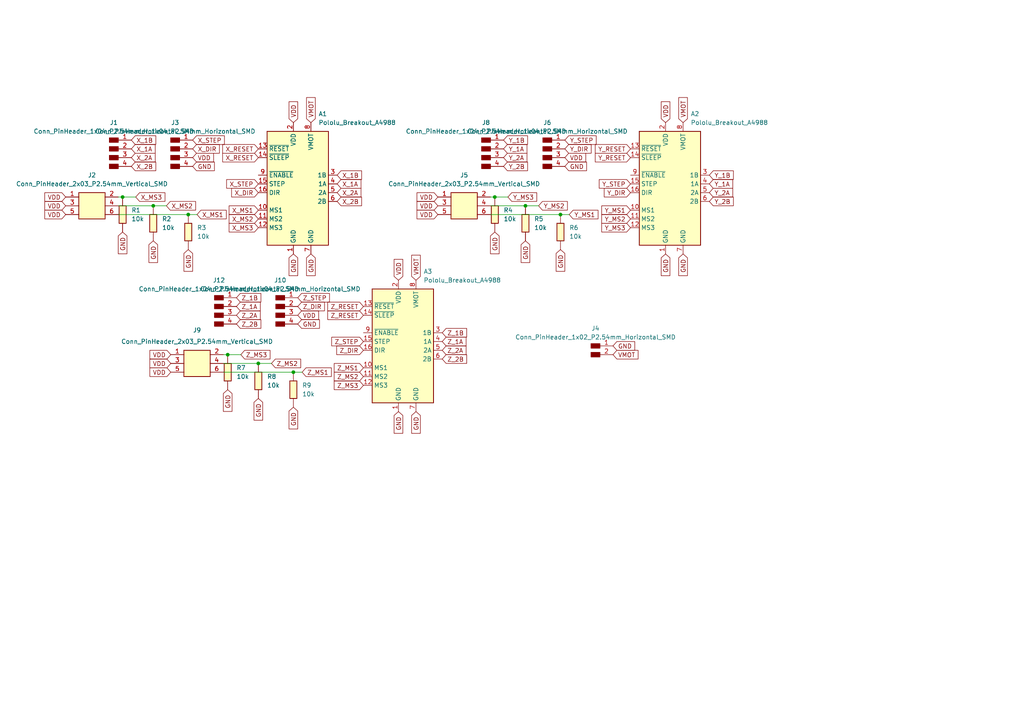
<source format=kicad_sch>
(kicad_sch (version 20231120) (generator "eeschema") (generator_version "8.0")
  (paper "A4")
  (lib_symbols
    (symbol "Driver_Motor:Pololu_Breakout_A4988"
      (property "Reference" "A" (at -2.54 19.05 0))
      (property "Value" "Pololu_Breakout_A4988" (at -2.54 16.51 0))
      (symbol "Pololu_Breakout_A4988_0_1"
        (rectangle (start 10.16 -17.78) (end -7.62 15.24) (stroke (width 0.254)) (fill (type background)))
      )
      (symbol "Pololu_Breakout_A4988_1_1"
        (pin power_in line (at 0 -20.32 90) (length 2.54) (name "GND") (number "1"))
        (pin input line (at -10.16 -7.62 0) (length 2.54) (name "MS1") (number "10"))
        (pin input line (at -10.16 -10.16 0) (length 2.54) (name "MS2") (number "11"))
        (pin input line (at -10.16 -12.7 0) (length 2.54) (name "MS3") (number "12"))
        (pin input line (at -10.16 10.16 0) (length 2.54) (name "~{RESET}") (number "13"))
        (pin input line (at -10.16 7.62 0) (length 2.54) (name "~{SLEEP}") (number "14"))
        (pin input line (at -10.16 0 0) (length 2.54) (name "STEP") (number "15"))
        (pin input line (at -10.16 -2.54 0) (length 2.54) (name "DIR") (number "16"))
        (pin power_in line (at 0 17.78 270) (length 2.54) (name "VDD") (number "2"))
        (pin output line (at 12.7 2.54 180) (length 2.54) (name "1B") (number "3"))
        (pin output line (at 12.7 0 180) (length 2.54) (name "1A") (number "4"))
        (pin output line (at 12.7 -2.54 180) (length 2.54) (name "2A") (number "5"))
        (pin output line (at 12.7 -5.08 180) (length 2.54) (name "2B") (number "6"))
        (pin power_in line (at 5.08 -20.32 90) (length 2.54) (name "GND") (number "7"))
        (pin power_in line (at 5.08 17.78 270) (length 2.54) (name "VMOT") (number "8"))
        (pin input line (at -10.16 2.54 0) (length 2.54) (name "~{ENABLE}") (number "9"))
      )
    )
    (symbol "fab:Conn_PinHeader_1x02_P2.54mm_Horizontal_SMD" (pin_names hide)
      (property "Reference" "J" (at 0 2.54 0))
      (property "Value" "Conn_PinHeader_1x02_P2.54mm_Horizontal_SMD" (at 0 -5.08 0))
      (symbol "Conn_PinHeader_1x02_P2.54mm_Horizontal_SMD_1_1"
        (rectangle (start -1.27 -1.905) (end 1.27 -3.175) (stroke (width 0.254)) (fill (type outline)))
        (rectangle (start -1.27 0.635) (end 1.27 -0.635) (stroke (width 0.254)) (fill (type outline)))
        (pin passive line (at 5.08 0 180) (length 3.81) (name "Pin_1") (number "1"))
        (pin passive line (at 5.08 -2.54 180) (length 3.81) (name "Pin_2") (number "2"))
      )
    )
    (symbol "fab:Conn_PinHeader_1x04_P2.54mm_Horizontal_SMD" (pin_names hide)
      (property "Reference" "J" (at 0 5.08 0))
      (property "Value" "Conn_PinHeader_1x04_P2.54mm_Horizontal_SMD" (at 0 -7.62 0))
      (symbol "Conn_PinHeader_1x04_P2.54mm_Horizontal_SMD_1_1"
        (rectangle (start -1.27 -4.445) (end 1.27 -5.715) (stroke (width 0.254)) (fill (type outline)))
        (rectangle (start -1.27 -1.905) (end 1.27 -3.175) (stroke (width 0.254)) (fill (type outline)))
        (rectangle (start -1.27 0.635) (end 1.27 -0.635) (stroke (width 0.254)) (fill (type outline)))
        (rectangle (start -1.27 3.175) (end 1.27 1.905) (stroke (width 0.254)) (fill (type outline)))
        (pin passive line (at 5.08 2.54 180) (length 3.81) (name "Pin_1") (number "1"))
        (pin passive line (at 5.08 0 180) (length 3.81) (name "Pin_2") (number "2"))
        (pin passive line (at 5.08 -2.54 180) (length 3.81) (name "Pin_3") (number "3"))
        (pin passive line (at 5.08 -5.08 180) (length 3.81) (name "Pin_4") (number "4"))
      )
    )
    (symbol "fab:Conn_PinHeader_2x03_P2.54mm_Vertical_SMD" (pin_names hide)
      (property "Reference" "J" (at 0 5.08 0))
      (property "Value" "Conn_PinHeader_2x03_P2.54mm_Vertical_SMD" (at 0 -5.08 0))
      (symbol "Conn_PinHeader_2x03_P2.54mm_Vertical_SMD_1_1"
        (rectangle (start -3.81 3.81) (end 3.81 -3.81) (stroke (width 0.254)) (fill (type background)))
        (pin passive line (at -7.62 2.54 0) (length 3.81) (name "Pin_1") (number "1"))
        (pin passive line (at 7.62 2.54 180) (length 3.81) (name "Pin_2") (number "2"))
        (pin passive line (at -7.62 0 0) (length 3.81) (name "Pin_3") (number "3"))
        (pin passive line (at 7.62 0 180) (length 3.81) (name "Pin_4") (number "4"))
        (pin passive line (at -7.62 -2.54 0) (length 3.81) (name "Pin_5") (number "5"))
        (pin passive line (at 7.62 -2.54 180) (length 3.81) (name "Pin_6") (number "6"))
      )
    )
    (symbol "fab:R_1206" (pin_numbers hide) (pin_names (offset 0))
      (property "Reference" "R" (at 2.54 0 90))
      (property "Value" "R_1206" (at -2.54 0 90))
      (symbol "R_1206_0_1"
        (rectangle (start -1.016 -2.54) (end 1.016 2.54) (stroke (width 0.254)) (fill (type background)))
      )
      (symbol "R_1206_1_1"
        (pin passive line (at 0 5.08 270) (length 2.54) (name "~") (number "1"))
        (pin passive line (at 0 -5.08 90) (length 2.54) (name "~") (number "2"))
      )
    )
  )
  (junction (at 85.09 107.95))
  (junction (at 74.93 105.41))
  (junction (at 152.4 59.69))
  (junction (at 66.04 102.87))
  (junction (at 44.45 59.69))
  (junction (at 54.61 62.23))
  (junction (at 162.56 62.23))
  (junction (at 35.56 57.15))
  (junction (at 143.51 57.15))
  (wire (pts (xy 57.15 62.23) (xy 54.61 62.23)))
  (wire (pts (xy 165.1 62.23) (xy 162.56 62.23)))
  (wire (pts (xy 66.04 102.87) (xy 64.77 102.87)))
  (wire (pts (xy 156.21 59.69) (xy 152.4 59.69)))
  (wire (pts (xy 143.51 57.15) (xy 142.24 57.15)))
  (wire (pts (xy 39.37 57.15) (xy 35.56 57.15)))
  (wire (pts (xy 85.09 107.95) (xy 64.77 107.95)))
  (wire (pts (xy 54.61 62.23) (xy 34.29 62.23)))
  (wire (pts (xy 74.93 105.41) (xy 64.77 105.41)))
  (wire (pts (xy 152.4 59.69) (xy 142.24 59.69)))
  (wire (pts (xy 69.85 102.87) (xy 66.04 102.87)))
  (wire (pts (xy 147.32 57.15) (xy 143.51 57.15)))
  (wire (pts (xy 48.26 59.69) (xy 44.45 59.69)))
  (wire (pts (xy 162.56 62.23) (xy 142.24 62.23)))
  (wire (pts (xy 87.63 107.95) (xy 85.09 107.95)))
  (wire (pts (xy 78.74 105.41) (xy 74.93 105.41)))
  (wire (pts (xy 35.56 57.15) (xy 34.29 57.15)))
  (wire (pts (xy 44.45 59.69) (xy 34.29 59.69)))
  (global_label "X_STEP" (shape input) (at 55.88 40.64 0) (property "Intersheetrefs" "${INTERSHEET_REFS}" (effects (hide yes))))
  (global_label "Z_1A" (shape input) (at 68.58 88.9 0) (property "Intersheetrefs" "${INTERSHEET_REFS}" (effects (hide yes))))
  (global_label "VMOT" (shape input) (at 90.17 35.56 90) (property "Intersheetrefs" "${INTERSHEET_REFS}" (effects (hide yes))))
  (global_label "Y_STEP" (shape input) (at 182.88 53.34 180) (property "Intersheetrefs" "${INTERSHEET_REFS}" (effects (hide yes))))
  (global_label "GND" (shape input) (at 193.04 73.66 270) (property "Intersheetrefs" "${INTERSHEET_REFS}" (effects (hide yes))))
  (global_label "Y_1A" (shape input) (at 205.74 53.34 0) (property "Intersheetrefs" "${INTERSHEET_REFS}" (effects (hide yes))))
  (global_label "Z_1A" (shape input) (at 128.27 99.06 0) (property "Intersheetrefs" "${INTERSHEET_REFS}" (effects (hide yes))))
  (global_label "Y_2B" (shape input) (at 205.74 58.42 0) (property "Intersheetrefs" "${INTERSHEET_REFS}" (effects (hide yes))))
  (global_label "Y_2B" (shape input) (at 146.05 48.26 0) (property "Intersheetrefs" "${INTERSHEET_REFS}" (effects (hide yes))))
  (global_label "X_2A" (shape input) (at 97.79 55.88 0) (property "Intersheetrefs" "${INTERSHEET_REFS}" (effects (hide yes))))
  (global_label "X_2B" (shape input) (at 38.1 48.26 0) (property "Intersheetrefs" "${INTERSHEET_REFS}" (effects (hide yes))))
  (global_label "VDD" (shape input) (at 127 59.69 180) (property "Intersheetrefs" "${INTERSHEET_REFS}" (effects (hide yes))))
  (global_label "Y_MS3" (shape input) (at 182.88 66.04 180) (property "Intersheetrefs" "${INTERSHEET_REFS}" (effects (hide yes))))
  (global_label "Z_MS1" (shape input) (at 87.63 107.95 0) (property "Intersheetrefs" "${INTERSHEET_REFS}" (effects (hide yes))))
  (global_label "Y_MS3" (shape input) (at 147.32 57.15 0) (property "Intersheetrefs" "${INTERSHEET_REFS}" (effects (hide yes))))
  (global_label "VMOT" (shape input) (at 198.12 35.56 90) (property "Intersheetrefs" "${INTERSHEET_REFS}" (effects (hide yes))))
  (global_label "Z_2B" (shape input) (at 128.27 104.14 0) (property "Intersheetrefs" "${INTERSHEET_REFS}" (effects (hide yes))))
  (global_label "Z_2B" (shape input) (at 68.58 93.98 0) (property "Intersheetrefs" "${INTERSHEET_REFS}" (effects (hide yes))))
  (global_label "Z_MS3" (shape input) (at 105.41 111.76 180) (property "Intersheetrefs" "${INTERSHEET_REFS}" (effects (hide yes))))
  (global_label "GND" (shape input) (at 120.65 119.38 270) (property "Intersheetrefs" "${INTERSHEET_REFS}" (effects (hide yes))))
  (global_label "VMOT" (shape input) (at 177.8 102.87 0) (property "Intersheetrefs" "${INTERSHEET_REFS}" (effects (hide yes))))
  (global_label "VDD" (shape input) (at 55.88 45.72 0) (property "Intersheetrefs" "${INTERSHEET_REFS}" (effects (hide yes))))
  (global_label "Z_STEP" (shape input) (at 105.41 99.06 180) (property "Intersheetrefs" "${INTERSHEET_REFS}" (effects (hide yes))))
  (global_label "X_DIR" (shape input) (at 55.88 43.18 0) (property "Intersheetrefs" "${INTERSHEET_REFS}" (effects (hide yes))))
  (global_label "Y_MS2" (shape input) (at 182.88 63.5 180) (property "Intersheetrefs" "${INTERSHEET_REFS}" (effects (hide yes))))
  (global_label "GND" (shape input) (at 152.4 69.85 270) (property "Intersheetrefs" "${INTERSHEET_REFS}" (effects (hide yes))))
  (global_label "GND" (shape input) (at 143.51 67.31 270) (property "Intersheetrefs" "${INTERSHEET_REFS}" (effects (hide yes))))
  (global_label "Y_DIR" (shape input) (at 182.88 55.88 180) (property "Intersheetrefs" "${INTERSHEET_REFS}" (effects (hide yes))))
  (global_label "VDD" (shape input) (at 49.53 105.41 180) (property "Intersheetrefs" "${INTERSHEET_REFS}" (effects (hide yes))))
  (global_label "VDD" (shape input) (at 127 57.15 180) (property "Intersheetrefs" "${INTERSHEET_REFS}" (effects (hide yes))))
  (global_label "X_MS3" (shape input) (at 39.37 57.15 0) (property "Intersheetrefs" "${INTERSHEET_REFS}" (effects (hide yes))))
  (global_label "X_1B" (shape input) (at 38.1 40.64 0) (property "Intersheetrefs" "${INTERSHEET_REFS}" (effects (hide yes))))
  (global_label "GND" (shape input) (at 115.57 119.38 270) (property "Intersheetrefs" "${INTERSHEET_REFS}" (effects (hide yes))))
  (global_label "X_RESET" (shape input) (at 74.93 43.18 180) (property "Intersheetrefs" "${INTERSHEET_REFS}" (effects (hide yes))))
  (global_label "X_1B" (shape input) (at 97.79 50.8 0) (property "Intersheetrefs" "${INTERSHEET_REFS}" (effects (hide yes))))
  (global_label "GND" (shape input) (at 54.61 72.39 270) (property "Intersheetrefs" "${INTERSHEET_REFS}" (effects (hide yes))))
  (global_label "X_MS3" (shape input) (at 74.93 66.04 180) (property "Intersheetrefs" "${INTERSHEET_REFS}" (effects (hide yes))))
  (global_label "Z_STEP" (shape input) (at 86.36 86.36 0) (property "Intersheetrefs" "${INTERSHEET_REFS}" (effects (hide yes))))
  (global_label "Y_STEP" (shape input) (at 163.83 40.64 0) (property "Intersheetrefs" "${INTERSHEET_REFS}" (effects (hide yes))))
  (global_label "X_DIR" (shape input) (at 74.93 55.88 180) (property "Intersheetrefs" "${INTERSHEET_REFS}" (effects (hide yes))))
  (global_label "GND" (shape input) (at 74.93 115.57 270) (property "Intersheetrefs" "${INTERSHEET_REFS}" (effects (hide yes))))
  (global_label "VDD" (shape input) (at 19.05 57.15 180) (property "Intersheetrefs" "${INTERSHEET_REFS}" (effects (hide yes))))
  (global_label "X_1A" (shape input) (at 38.1 43.18 0) (property "Intersheetrefs" "${INTERSHEET_REFS}" (effects (hide yes))))
  (global_label "GND" (shape input) (at 85.09 73.66 270) (property "Intersheetrefs" "${INTERSHEET_REFS}" (effects (hide yes))))
  (global_label "Z_MS3" (shape input) (at 69.85 102.87 0) (property "Intersheetrefs" "${INTERSHEET_REFS}" (effects (hide yes))))
  (global_label "VDD" (shape input) (at 115.57 81.28 90) (property "Intersheetrefs" "${INTERSHEET_REFS}" (effects (hide yes))))
  (global_label "Y_2A" (shape input) (at 146.05 45.72 0) (property "Intersheetrefs" "${INTERSHEET_REFS}" (effects (hide yes))))
  (global_label "GND" (shape input) (at 35.56 67.31 270) (property "Intersheetrefs" "${INTERSHEET_REFS}" (effects (hide yes))))
  (global_label "GND" (shape input) (at 44.45 69.85 270) (property "Intersheetrefs" "${INTERSHEET_REFS}" (effects (hide yes))))
  (global_label "Y_RESET" (shape input) (at 182.88 45.72 180) (property "Intersheetrefs" "${INTERSHEET_REFS}" (effects (hide yes))))
  (global_label "X_2A" (shape input) (at 38.1 45.72 0) (property "Intersheetrefs" "${INTERSHEET_REFS}" (effects (hide yes))))
  (global_label "Y_MS1" (shape input) (at 182.88 60.96 180) (property "Intersheetrefs" "${INTERSHEET_REFS}" (effects (hide yes))))
  (global_label "Z_RESET" (shape input) (at 105.41 91.44 180) (property "Intersheetrefs" "${INTERSHEET_REFS}" (effects (hide yes))))
  (global_label "VDD" (shape input) (at 49.53 107.95 180) (property "Intersheetrefs" "${INTERSHEET_REFS}" (effects (hide yes))))
  (global_label "Y_MS2" (shape input) (at 156.21 59.69 0) (property "Intersheetrefs" "${INTERSHEET_REFS}" (effects (hide yes))))
  (global_label "GND" (shape input) (at 198.12 73.66 270) (property "Intersheetrefs" "${INTERSHEET_REFS}" (effects (hide yes))))
  (global_label "X_MS2" (shape input) (at 74.93 63.5 180) (property "Intersheetrefs" "${INTERSHEET_REFS}" (effects (hide yes))))
  (global_label "GND" (shape input) (at 177.8 100.33 0) (property "Intersheetrefs" "${INTERSHEET_REFS}" (effects (hide yes))))
  (global_label "VDD" (shape input) (at 49.53 102.87 180) (property "Intersheetrefs" "${INTERSHEET_REFS}" (effects (hide yes))))
  (global_label "Y_RESET" (shape input) (at 182.88 43.18 180) (property "Intersheetrefs" "${INTERSHEET_REFS}" (effects (hide yes))))
  (global_label "Z_2A" (shape input) (at 68.58 91.44 0) (property "Intersheetrefs" "${INTERSHEET_REFS}" (effects (hide yes))))
  (global_label "GND" (shape input) (at 162.56 72.39 270) (property "Intersheetrefs" "${INTERSHEET_REFS}" (effects (hide yes))))
  (global_label "Y_MS1" (shape input) (at 165.1 62.23 0) (property "Intersheetrefs" "${INTERSHEET_REFS}" (effects (hide yes))))
  (global_label "X_MS1" (shape input) (at 74.93 60.96 180) (property "Intersheetrefs" "${INTERSHEET_REFS}" (effects (hide yes))))
  (global_label "VDD" (shape input) (at 86.36 91.44 0) (property "Intersheetrefs" "${INTERSHEET_REFS}" (effects (hide yes))))
  (global_label "GND" (shape input) (at 85.09 118.11 270) (property "Intersheetrefs" "${INTERSHEET_REFS}" (effects (hide yes))))
  (global_label "GND" (shape input) (at 66.04 113.03 270) (property "Intersheetrefs" "${INTERSHEET_REFS}" (effects (hide yes))))
  (global_label "Y_1A" (shape input) (at 146.05 43.18 0) (property "Intersheetrefs" "${INTERSHEET_REFS}" (effects (hide yes))))
  (global_label "Z_DIR" (shape input) (at 105.41 101.6 180) (property "Intersheetrefs" "${INTERSHEET_REFS}" (effects (hide yes))))
  (global_label "Z_2A" (shape input) (at 128.27 101.6 0) (property "Intersheetrefs" "${INTERSHEET_REFS}" (effects (hide yes))))
  (global_label "VDD" (shape input) (at 19.05 59.69 180) (property "Intersheetrefs" "${INTERSHEET_REFS}" (effects (hide yes))))
  (global_label "X_1A" (shape input) (at 97.79 53.34 0) (property "Intersheetrefs" "${INTERSHEET_REFS}" (effects (hide yes))))
  (global_label "X_MS2" (shape input) (at 48.26 59.69 0) (property "Intersheetrefs" "${INTERSHEET_REFS}" (effects (hide yes))))
  (global_label "GND" (shape input) (at 55.88 48.26 0) (property "Intersheetrefs" "${INTERSHEET_REFS}" (effects (hide yes))))
  (global_label "GND" (shape input) (at 163.83 48.26 0) (property "Intersheetrefs" "${INTERSHEET_REFS}" (effects (hide yes))))
  (global_label "VDD" (shape input) (at 193.04 35.56 90) (property "Intersheetrefs" "${INTERSHEET_REFS}" (effects (hide yes))))
  (global_label "X_STEP" (shape input) (at 74.93 53.34 180) (property "Intersheetrefs" "${INTERSHEET_REFS}" (effects (hide yes))))
  (global_label "VMOT" (shape input) (at 120.65 81.28 90) (property "Intersheetrefs" "${INTERSHEET_REFS}" (effects (hide yes))))
  (global_label "Y_DIR" (shape input) (at 163.83 43.18 0) (property "Intersheetrefs" "${INTERSHEET_REFS}" (effects (hide yes))))
  (global_label "GND" (shape input) (at 86.36 93.98 0) (property "Intersheetrefs" "${INTERSHEET_REFS}" (effects (hide yes))))
  (global_label "Z_MS2" (shape input) (at 78.74 105.41 0) (property "Intersheetrefs" "${INTERSHEET_REFS}" (effects (hide yes))))
  (global_label "Y_2A" (shape input) (at 205.74 55.88 0) (property "Intersheetrefs" "${INTERSHEET_REFS}" (effects (hide yes))))
  (global_label "Z_MS1" (shape input) (at 105.41 106.68 180) (property "Intersheetrefs" "${INTERSHEET_REFS}" (effects (hide yes))))
  (global_label "Y_1B" (shape input) (at 205.74 50.8 0) (property "Intersheetrefs" "${INTERSHEET_REFS}" (effects (hide yes))))
  (global_label "GND" (shape input) (at 90.17 73.66 270) (property "Intersheetrefs" "${INTERSHEET_REFS}" (effects (hide yes))))
  (global_label "Z_RESET" (shape input) (at 105.41 88.9 180) (property "Intersheetrefs" "${INTERSHEET_REFS}" (effects (hide yes))))
  (global_label "Z_DIR" (shape input) (at 86.36 88.9 0) (property "Intersheetrefs" "${INTERSHEET_REFS}" (effects (hide yes))))
  (global_label "Z_MS2" (shape input) (at 105.41 109.22 180) (property "Intersheetrefs" "${INTERSHEET_REFS}" (effects (hide yes))))
  (global_label "Y_1B" (shape input) (at 146.05 40.64 0) (property "Intersheetrefs" "${INTERSHEET_REFS}" (effects (hide yes))))
  (global_label "X_2B" (shape input) (at 97.79 58.42 0) (property "Intersheetrefs" "${INTERSHEET_REFS}" (effects (hide yes))))
  (global_label "X_RESET" (shape input) (at 74.93 45.72 180) (property "Intersheetrefs" "${INTERSHEET_REFS}" (effects (hide yes))))
  (global_label "VDD" (shape input) (at 19.05 62.23 180) (property "Intersheetrefs" "${INTERSHEET_REFS}" (effects (hide yes))))
  (global_label "Z_1B" (shape input) (at 68.58 86.36 0) (property "Intersheetrefs" "${INTERSHEET_REFS}" (effects (hide yes))))
  (global_label "VDD" (shape input) (at 163.83 45.72 0) (property "Intersheetrefs" "${INTERSHEET_REFS}" (effects (hide yes))))
  (global_label "X_MS1" (shape input) (at 57.15 62.23 0) (property "Intersheetrefs" "${INTERSHEET_REFS}" (effects (hide yes))))
  (global_label "VDD" (shape input) (at 85.09 35.56 90) (property "Intersheetrefs" "${INTERSHEET_REFS}" (effects (hide yes))))
  (global_label "Z_1B" (shape input) (at 128.27 96.52 0) (property "Intersheetrefs" "${INTERSHEET_REFS}" (effects (hide yes))))
  (global_label "VDD" (shape input) (at 127 62.23 180) (property "Intersheetrefs" "${INTERSHEET_REFS}" (effects (hide yes))))
  (symbol (lib_id "fab:R_1206") (at 74.93 110.49 0) (unit 1)
    (property "Reference" "R8" (at 77.47 109.2199 0) (effects (justify left)))
    (property "Value" "10k" (at 77.47 111.7599 0) (effects (justify left)))
    (property "Footprint" "fab:R_1206" (effects (hide yes)))
    (property "Description" "Resistor" (effects (hide yes)))
  )
  (symbol (lib_id "fab:R_1206") (at 66.04 107.95 0) (unit 1)
    (property "Reference" "R7" (at 68.58 106.6799 0) (effects (justify left)))
    (property "Value" "10k" (at 68.58 109.2199 0) (effects (justify left)))
    (property "Footprint" "fab:R_1206" (effects (hide yes)))
    (property "Description" "Resistor" (effects (hide yes)))
  )
  (symbol (lib_id "fab:R_1206") (at 162.56 67.31 0) (unit 1)
    (property "Reference" "R6" (at 165.1 66.0399 0) (effects (justify left)))
    (property "Value" "10k" (at 165.1 68.5799 0) (effects (justify left)))
    (property "Footprint" "fab:R_1206" (effects (hide yes)))
    (property "Description" "Resistor" (effects (hide yes)))
  )
  (symbol (lib_id "fab:Conn_PinHeader_2x03_P2.54mm_Vertical_SMD") (at 134.62 59.69 0) (unit 1)
    (property "Reference" "J5" (at 134.62 50.8 0))
    (property "Value" "Conn_PinHeader_2x03_P2.54mm_Vertical_SMD" (at 134.62 53.34 0))
    (property "Footprint" "fab:PinHeader_2x03_P2.54mm_Vertical_SMD" (effects (hide yes)))
    (property "Datasheet" "https://cdn.amphenol-icc.com/media/wysiwyg/files/drawing/95278.pdf" (effects (hide yes)))
    (property "Description" "Connector Header Surface Mount 6 position 0.100\" (2.54mm)" (effects (hide yes)))
  )
  (symbol (lib_id "fab:R_1206") (at 85.09 113.03 0) (unit 1)
    (property "Reference" "R9" (at 87.63 111.7599 0) (effects (justify left)))
    (property "Value" "10k" (at 87.63 114.2999 0) (effects (justify left)))
    (property "Footprint" "fab:R_1206" (effects (hide yes)))
    (property "Description" "Resistor" (effects (hide yes)))
  )
  (symbol (lib_id "fab:Conn_PinHeader_1x04_P2.54mm_Horizontal_SMD") (at 140.97 43.18 0) (unit 1)
    (property "Reference" "J8" (at 140.97 35.56 0))
    (property "Value" "Conn_PinHeader_1x04_P2.54mm_Horizontal_SMD" (at 140.97 38.1 0))
    (property "Footprint" "fab:PinHeader_1x04_P2.54mm_Horizontal_SMD" (effects (hide yes)))
    (property "Description" "Male connector, single row" (effects (hide yes)))
  )
  (symbol (lib_id "fab:R_1206") (at 54.61 67.31 0) (unit 1)
    (property "Reference" "R3" (at 57.15 66.0399 0) (effects (justify left)))
    (property "Value" "10k" (at 57.15 68.5799 0) (effects (justify left)))
    (property "Footprint" "fab:R_1206" (effects (hide yes)))
    (property "Description" "Resistor" (effects (hide yes)))
  )
  (symbol (lib_id "Driver_Motor:Pololu_Breakout_A4988") (at 85.09 53.34 0) (unit 1)
    (property "Reference" "A1" (at 92.3641 33.02 0) (effects (justify left)))
    (property "Value" "Pololu_Breakout_A4988" (at 92.3641 35.56 0) (effects (justify left)))
    (property "Footprint" "Module:Pololu_Breakout-16_15.2x20.3mm" (effects (hide yes)))
    (property "Datasheet" "https://www.pololu.com/product/2980/pictures" (effects (hide yes)))
    (property "Description" "Pololu Breakout Board, Stepper Driver A4988" (effects (hide yes)))
  )
  (symbol (lib_id "fab:Conn_PinHeader_2x03_P2.54mm_Vertical_SMD") (at 57.15 105.41 0) (unit 1)
    (property "Reference" "J9" (at 57.15 95.758 0))
    (property "Value" "Conn_PinHeader_2x03_P2.54mm_Vertical_SMD" (at 57.15 99.06 0))
    (property "Footprint" "fab:PinHeader_2x03_P2.54mm_Vertical_SMD" (effects (hide yes)))
    (property "Datasheet" "https://cdn.amphenol-icc.com/media/wysiwyg/files/drawing/95278.pdf" (effects (hide yes)))
    (property "Description" "Connector Header Surface Mount 6 position 0.100\" (2.54mm)" (effects (hide yes)))
  )
  (symbol (lib_id "fab:Conn_PinHeader_2x03_P2.54mm_Vertical_SMD") (at 26.67 59.69 0) (unit 1)
    (property "Reference" "J2" (at 26.67 50.8 0))
    (property "Value" "Conn_PinHeader_2x03_P2.54mm_Vertical_SMD" (at 26.67 53.34 0))
    (property "Footprint" "fab:PinHeader_2x03_P2.54mm_Vertical_SMD" (effects (hide yes)))
    (property "Datasheet" "https://cdn.amphenol-icc.com/media/wysiwyg/files/drawing/95278.pdf" (effects (hide yes)))
    (property "Description" "Connector Header Surface Mount 6 position 0.100\" (2.54mm)" (effects (hide yes)))
  )
  (symbol (lib_id "Driver_Motor:Pololu_Breakout_A4988") (at 115.57 99.06 0) (unit 1)
    (property "Reference" "A3" (at 122.8441 78.74 0) (effects (justify left)))
    (property "Value" "Pololu_Breakout_A4988" (at 122.8441 81.28 0) (effects (justify left)))
    (property "Footprint" "Module:Pololu_Breakout-16_15.2x20.3mm" (effects (hide yes)))
    (property "Datasheet" "https://www.pololu.com/product/2980/pictures" (effects (hide yes)))
    (property "Description" "Pololu Breakout Board, Stepper Driver A4988" (effects (hide yes)))
  )
  (symbol (lib_id "Driver_Motor:Pololu_Breakout_A4988") (at 193.04 53.34 0) (unit 1)
    (property "Reference" "A2" (at 200.3141 33.02 0) (effects (justify left)))
    (property "Value" "Pololu_Breakout_A4988" (at 200.3141 35.56 0) (effects (justify left)))
    (property "Footprint" "Module:Pololu_Breakout-16_15.2x20.3mm" (effects (hide yes)))
    (property "Datasheet" "https://www.pololu.com/product/2980/pictures" (effects (hide yes)))
    (property "Description" "Pololu Breakout Board, Stepper Driver A4988" (effects (hide yes)))
  )
  (symbol (lib_id "fab:Conn_PinHeader_1x04_P2.54mm_Horizontal_SMD") (at 81.28 88.9 0) (unit 1)
    (property "Reference" "J10" (at 81.28 81.28 0))
    (property "Value" "Conn_PinHeader_1x04_P2.54mm_Horizontal_SMD" (at 81.28 83.82 0))
    (property "Footprint" "fab:PinHeader_1x04_P2.54mm_Horizontal_SMD" (effects (hide yes)))
    (property "Description" "Male connector, single row" (effects (hide yes)))
  )
  (symbol (lib_id "fab:R_1206") (at 143.51 62.23 0) (unit 1)
    (property "Reference" "R4" (at 146.05 60.9599 0) (effects (justify left)))
    (property "Value" "10k" (at 146.05 63.4999 0) (effects (justify left)))
    (property "Footprint" "fab:R_1206" (effects (hide yes)))
    (property "Description" "Resistor" (effects (hide yes)))
  )
  (symbol (lib_id "fab:R_1206") (at 35.56 62.23 0) (unit 1)
    (property "Reference" "R1" (at 38.1 60.9599 0) (effects (justify left)))
    (property "Value" "10k" (at 38.1 63.4999 0) (effects (justify left)))
    (property "Footprint" "fab:R_1206" (effects (hide yes)))
    (property "Description" "Resistor" (effects (hide yes)))
  )
  (symbol (lib_id "fab:Conn_PinHeader_1x04_P2.54mm_Horizontal_SMD") (at 63.5 88.9 0) (unit 1)
    (property "Reference" "J12" (at 63.5 81.28 0))
    (property "Value" "Conn_PinHeader_1x04_P2.54mm_Horizontal_SMD" (at 63.5 83.82 0))
    (property "Footprint" "fab:PinHeader_1x04_P2.54mm_Horizontal_SMD" (effects (hide yes)))
    (property "Description" "Male connector, single row" (effects (hide yes)))
  )
  (symbol (lib_id "fab:Conn_PinHeader_1x02_P2.54mm_Horizontal_SMD") (at 172.72 100.33 0) (unit 1)
    (property "Reference" "J4" (at 172.72 95.25 0))
    (property "Value" "Conn_PinHeader_1x02_P2.54mm_Horizontal_SMD" (at 172.72 97.79 0))
    (property "Footprint" "fab:PinHeader_1x02_P2.54mm_Horizontal_SMD" (effects (hide yes)))
    (property "Description" "Male connector, single row" (effects (hide yes)))
  )
  (symbol (lib_id "fab:Conn_PinHeader_1x04_P2.54mm_Horizontal_SMD") (at 158.75 43.18 0) (unit 1)
    (property "Reference" "J6" (at 158.75 35.56 0))
    (property "Value" "Conn_PinHeader_1x04_P2.54mm_Horizontal_SMD" (at 158.75 38.1 0))
    (property "Footprint" "fab:PinHeader_1x04_P2.54mm_Horizontal_SMD" (effects (hide yes)))
    (property "Description" "Male connector, single row" (effects (hide yes)))
  )
  (symbol (lib_id "fab:Conn_PinHeader_1x04_P2.54mm_Horizontal_SMD") (at 33.02 43.18 0) (unit 1)
    (property "Reference" "J1" (at 33.02 35.56 0))
    (property "Value" "Conn_PinHeader_1x04_P2.54mm_Horizontal_SMD" (at 33.02 38.1 0))
    (property "Footprint" "fab:PinHeader_1x04_P2.54mm_Horizontal_SMD" (effects (hide yes)))
    (property "Description" "Male connector, single row" (effects (hide yes)))
  )
  (symbol (lib_id "fab:R_1206") (at 152.4 64.77 0) (unit 1)
    (property "Reference" "R5" (at 154.94 63.4999 0) (effects (justify left)))
    (property "Value" "10k" (at 154.94 66.0399 0) (effects (justify left)))
    (property "Footprint" "fab:R_1206" (effects (hide yes)))
    (property "Description" "Resistor" (effects (hide yes)))
  )
  (symbol (lib_id "fab:Conn_PinHeader_1x04_P2.54mm_Horizontal_SMD") (at 50.8 43.18 0) (unit 1)
    (property "Reference" "J3" (at 50.8 35.56 0))
    (property "Value" "Conn_PinHeader_1x04_P2.54mm_Horizontal_SMD" (at 50.8 38.1 0))
    (property "Footprint" "fab:PinHeader_1x04_P2.54mm_Horizontal_SMD" (effects (hide yes)))
    (property "Description" "Male connector, single row" (effects (hide yes)))
  )
  (symbol (lib_id "fab:R_1206") (at 44.45 64.77 0) (unit 1)
    (property "Reference" "R2" (at 46.99 63.4999 0) (effects (justify left)))
    (property "Value" "10k" (at 46.99 66.0399 0) (effects (justify left)))
    (property "Footprint" "fab:R_1206" (effects (hide yes)))
    (property "Description" "Resistor" (effects (hide yes)))
  )
)
</source>
